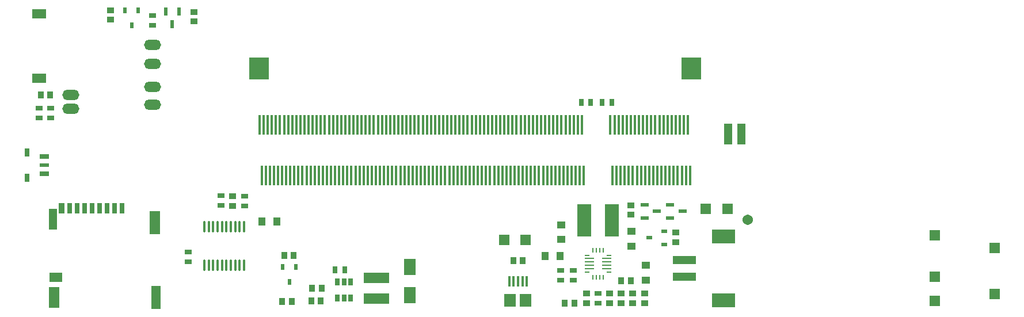
<source format=gbp>
%FSLAX25Y25*%
%MOIN*%
G70*
G01*
G75*
G04 Layer_Color=128*
%ADD10R,0.04331X0.03937*%
%ADD11R,0.05000X0.04000*%
%ADD12R,0.03937X0.02756*%
%ADD13R,0.04000X0.03500*%
%ADD14R,0.04000X0.05000*%
%ADD15R,0.02756X0.03937*%
%ADD16R,0.03500X0.04000*%
%ADD17R,0.05906X0.04724*%
%ADD18R,0.06496X0.06299*%
%ADD19O,0.07874X0.02362*%
%ADD20O,0.06693X0.01378*%
%ADD21R,0.03543X0.02559*%
%ADD22C,0.06063*%
%ADD23R,0.06299X0.06496*%
%ADD24R,0.03347X0.02362*%
%ADD25R,0.02362X0.03347*%
%ADD26R,0.18504X0.07874*%
%ADD27R,0.01575X0.03937*%
%ADD28R,0.01181X0.04724*%
%ADD29R,0.03937X0.04331*%
%ADD30R,0.10827X0.03937*%
%ADD31C,0.01000*%
%ADD32C,0.00700*%
%ADD33C,0.01200*%
%ADD34C,0.06000*%
%ADD35C,0.02000*%
%ADD36C,0.04000*%
%ADD37C,0.03000*%
%ADD38R,0.18110X0.12598*%
%ADD39R,0.27559X0.09055*%
%ADD40R,0.27953X0.09449*%
%ADD41R,0.11417X0.12992*%
%ADD42R,0.05906X0.07874*%
%ADD43R,0.05906X0.05906*%
%ADD44C,0.05906*%
%ADD45C,0.11811*%
%ADD46C,0.07874*%
%ADD47C,0.02400*%
%ADD48C,0.06693*%
%ADD49C,0.04724*%
%ADD50C,0.05512*%
%ADD51C,0.03937*%
%ADD52C,0.04000*%
%ADD53R,0.05000X0.12000*%
%ADD54O,0.09843X0.05906*%
%ADD55R,0.07677X0.05512*%
%ADD56R,0.03150X0.06299*%
%ADD57R,0.03347X0.06299*%
%ADD58R,0.06299X0.13780*%
%ADD59R,0.05906X0.12205*%
%ADD60R,0.05512X0.13780*%
%ADD61R,0.04724X0.12205*%
%ADD62O,0.01378X0.06693*%
%ADD63R,0.02559X0.04331*%
%ADD64R,0.14567X0.05906*%
%ADD65R,0.07087X0.09449*%
%ADD66R,0.07087X0.07480*%
%ADD67R,0.01575X0.05906*%
%ADD68R,0.00984X0.02756*%
%ADD69R,0.05512X0.00984*%
%ADD70R,0.02756X0.00984*%
G04:AMPARAMS|DCode=71|XSize=27.56mil|YSize=9.84mil|CornerRadius=3.69mil|HoleSize=0mil|Usage=FLASHONLY|Rotation=0.000|XOffset=0mil|YOffset=0mil|HoleType=Round|Shape=RoundedRectangle|*
%AMROUNDEDRECTD71*
21,1,0.02756,0.00246,0,0,0.0*
21,1,0.02018,0.00984,0,0,0.0*
1,1,0.00738,0.01009,-0.00123*
1,1,0.00738,-0.01009,-0.00123*
1,1,0.00738,-0.01009,0.00123*
1,1,0.00738,0.01009,0.00123*
%
%ADD71ROUNDEDRECTD71*%
%ADD72R,0.04724X0.02362*%
%ADD73R,0.13780X0.04724*%
%ADD74R,0.13386X0.07874*%
%ADD75R,0.01378X0.11811*%
%ADD76R,0.11811X0.12598*%
%ADD77R,0.07874X0.18504*%
%ADD78R,0.07874X0.05512*%
%ADD79R,0.05512X0.02362*%
%ADD80R,0.05512X0.02953*%
%ADD81R,0.03150X0.05118*%
%ADD82R,0.02362X0.04724*%
%ADD83R,0.06071X0.06000*%
%ADD84R,0.06000X0.06000*%
%ADD85C,0.01258*%
%ADD86C,0.00787*%
%ADD87C,0.00500*%
%ADD88C,0.00984*%
%ADD89C,0.02362*%
%ADD90C,0.00780*%
%ADD91C,0.00600*%
%ADD92C,0.00800*%
%ADD93R,0.12050X0.04000*%
%ADD94R,0.04000X0.12050*%
%ADD95R,0.07480X0.11811*%
%ADD96R,0.11811X0.07480*%
%ADD97R,0.05131X0.04737*%
%ADD98R,0.05800X0.04800*%
%ADD99R,0.04737X0.03556*%
%ADD100R,0.04800X0.04300*%
%ADD101R,0.04800X0.05800*%
%ADD102R,0.03556X0.04737*%
%ADD103R,0.04300X0.04800*%
%ADD104R,0.06706X0.05524*%
%ADD105R,0.07296X0.07099*%
%ADD106O,0.08674X0.03162*%
%ADD107O,0.07493X0.02178*%
%ADD108R,0.04343X0.03359*%
%ADD109C,0.06863*%
%ADD110R,0.07099X0.07296*%
%ADD111R,0.04147X0.03162*%
%ADD112R,0.03162X0.04147*%
%ADD113R,0.19304X0.08674*%
%ADD114R,0.02375X0.04737*%
%ADD115R,0.01981X0.05524*%
%ADD116R,0.04737X0.05131*%
%ADD117R,0.11627X0.04737*%
%ADD118R,0.06706X0.08674*%
%ADD119R,0.06706X0.06706*%
%ADD120C,0.06706*%
%ADD121C,0.12611*%
%ADD122C,0.08674*%
%ADD123R,0.05800X0.12800*%
%ADD124O,0.10642X0.06706*%
%ADD125R,0.08477X0.06312*%
%ADD126R,0.03950X0.07099*%
%ADD127R,0.04147X0.07099*%
%ADD128R,0.07099X0.14579*%
%ADD129R,0.06706X0.13005*%
%ADD130R,0.06312X0.14579*%
%ADD131R,0.05524X0.13005*%
%ADD132O,0.02178X0.07493*%
%ADD133R,0.03359X0.05131*%
%ADD134R,0.15367X0.06706*%
%ADD135R,0.07887X0.10249*%
%ADD136R,0.07887X0.08280*%
%ADD137R,0.02375X0.06706*%
%ADD138R,0.01784X0.03556*%
%ADD139R,0.06312X0.01784*%
%ADD140R,0.03556X0.01784*%
G04:AMPARAMS|DCode=141|XSize=35.56mil|YSize=17.84mil|CornerRadius=7.69mil|HoleSize=0mil|Usage=FLASHONLY|Rotation=0.000|XOffset=0mil|YOffset=0mil|HoleType=Round|Shape=RoundedRectangle|*
%AMROUNDEDRECTD141*
21,1,0.03556,0.00246,0,0,0.0*
21,1,0.02018,0.01784,0,0,0.0*
1,1,0.01538,0.01009,-0.00123*
1,1,0.01538,-0.01009,-0.00123*
1,1,0.01538,-0.01009,0.00123*
1,1,0.01538,0.01009,0.00123*
%
%ADD141ROUNDEDRECTD141*%
%ADD142R,0.05524X0.03162*%
%ADD143R,0.14579X0.05524*%
%ADD144R,0.14186X0.08674*%
%ADD145R,0.02178X0.12611*%
%ADD146R,0.12611X0.13398*%
%ADD147R,0.08674X0.19304*%
%ADD148R,0.08674X0.06312*%
%ADD149R,0.06312X0.03162*%
%ADD150R,0.06312X0.03753*%
%ADD151R,0.03950X0.05918*%
%ADD152R,0.03162X0.05524*%
%ADD153R,0.06871X0.06800*%
%ADD154R,0.06800X0.06800*%
D11*
X25000Y-68325D02*
D03*
Y-59675D02*
D03*
X65748Y-72037D02*
D03*
Y-63386D02*
D03*
X74016Y-83076D02*
D03*
Y-91727D02*
D03*
D12*
X-211700Y55988D02*
D03*
Y61500D02*
D03*
X-270626Y7756D02*
D03*
Y2244D02*
D03*
X-277126Y7756D02*
D03*
Y2244D02*
D03*
X-190945Y-75590D02*
D03*
Y-81103D02*
D03*
X-172047Y-42913D02*
D03*
Y-48425D02*
D03*
X-158400Y-43244D02*
D03*
Y-48756D02*
D03*
X24803Y-86220D02*
D03*
Y-91732D02*
D03*
X31890Y-91732D02*
D03*
Y-86220D02*
D03*
X46457Y-105118D02*
D03*
Y-99606D02*
D03*
D13*
X-165354Y-48813D02*
D03*
Y-43313D02*
D03*
X39764Y-105112D02*
D03*
Y-99612D02*
D03*
X53150Y-105112D02*
D03*
Y-99612D02*
D03*
X59842D02*
D03*
Y-105112D02*
D03*
X66535Y-99612D02*
D03*
Y-105112D02*
D03*
X73228Y-99618D02*
D03*
Y-105118D02*
D03*
X65354Y-48431D02*
D03*
Y-53931D02*
D03*
X91339Y-69679D02*
D03*
Y-64179D02*
D03*
X-235800Y59050D02*
D03*
Y64550D02*
D03*
X-187700Y63600D02*
D03*
Y58100D02*
D03*
D14*
X-148425Y-57900D02*
D03*
X-139775D02*
D03*
X24404Y-77953D02*
D03*
X15753D02*
D03*
D15*
X-100394Y-85827D02*
D03*
X-105906D02*
D03*
X54331Y11024D02*
D03*
X48819D02*
D03*
X42126D02*
D03*
X36614D02*
D03*
D16*
X-270876Y15500D02*
D03*
X-276376D02*
D03*
X-129927Y-77559D02*
D03*
X-135427D02*
D03*
X-119679Y-103937D02*
D03*
X-114179D02*
D03*
X-136608Y-104331D02*
D03*
X-131108D02*
D03*
X-119285Y-96457D02*
D03*
X-113785D02*
D03*
X27171Y-105118D02*
D03*
X32671D02*
D03*
X59854Y-92126D02*
D03*
X65354D02*
D03*
X-2650Y-80500D02*
D03*
X2850D02*
D03*
D22*
X133071Y-56693D02*
D03*
D23*
X4500Y-68500D02*
D03*
X-8000D02*
D03*
X108760Y-50394D02*
D03*
X121260D02*
D03*
D24*
X84547Y-63583D02*
D03*
Y-71063D02*
D03*
X76083Y-67323D02*
D03*
D25*
X-136141Y-84207D02*
D03*
X-128661D02*
D03*
X-132401Y-92671D02*
D03*
X-227480Y64400D02*
D03*
X-220000D02*
D03*
X-223740Y55935D02*
D03*
D53*
X129528Y-7087D02*
D03*
X121653D02*
D03*
D54*
X-258870Y15390D02*
D03*
Y7516D02*
D03*
X-211626Y20114D02*
D03*
Y33500D02*
D03*
Y9878D02*
D03*
Y44524D02*
D03*
D55*
X-267749Y-90258D02*
D03*
D56*
X-242355Y-50100D02*
D03*
X-238025D02*
D03*
X-251017D02*
D03*
X-259678D02*
D03*
X-229363D02*
D03*
X-233694D02*
D03*
X-255348D02*
D03*
X-246686D02*
D03*
D57*
X-264206D02*
D03*
D58*
X-210171Y-58565D02*
D03*
D59*
X-268635Y-101872D02*
D03*
D60*
X-209763Y-101900D02*
D03*
D61*
X-269226Y-56596D02*
D03*
D62*
X-158584Y-83220D02*
D03*
X-161143D02*
D03*
X-163702D02*
D03*
X-166261D02*
D03*
X-168821D02*
D03*
X-171379D02*
D03*
X-173939D02*
D03*
X-176498D02*
D03*
X-179057D02*
D03*
X-181616D02*
D03*
X-158584Y-60780D02*
D03*
X-161143D02*
D03*
X-163702D02*
D03*
X-166261D02*
D03*
X-168821D02*
D03*
X-171379D02*
D03*
X-173939D02*
D03*
X-176498D02*
D03*
X-179057D02*
D03*
X-181616D02*
D03*
D63*
X-96983Y-102249D02*
D03*
X-100723D02*
D03*
X-104463D02*
D03*
Y-92800D02*
D03*
X-100723D02*
D03*
X-96983D02*
D03*
D64*
X-81914Y-90385D02*
D03*
Y-102621D02*
D03*
D65*
X-62663Y-100471D02*
D03*
Y-84329D02*
D03*
D66*
X-4528Y-103512D02*
D03*
X4331D02*
D03*
D67*
X-5118Y-92488D02*
D03*
X-2559D02*
D03*
X0D02*
D03*
X2559D02*
D03*
X5118D02*
D03*
D68*
X43504Y-74410D02*
D03*
X47441D02*
D03*
X45472D02*
D03*
X49409D02*
D03*
Y-90158D02*
D03*
X45472D02*
D03*
X47441D02*
D03*
X43504D02*
D03*
D69*
X41535Y-79331D02*
D03*
Y-85236D02*
D03*
Y-83268D02*
D03*
Y-81299D02*
D03*
X51378D02*
D03*
Y-83268D02*
D03*
Y-85236D02*
D03*
Y-79331D02*
D03*
D70*
X40157Y-77362D02*
D03*
X52756Y-87205D02*
D03*
Y-77362D02*
D03*
D71*
X40157Y-87205D02*
D03*
D72*
X80315Y-51968D02*
D03*
X73228Y-48228D02*
D03*
Y-55709D02*
D03*
X95276Y-51968D02*
D03*
X88189Y-48228D02*
D03*
Y-55709D02*
D03*
D73*
X96260Y-89961D02*
D03*
Y-80118D02*
D03*
D74*
X118898Y-103543D02*
D03*
Y-66535D02*
D03*
D75*
X96063Y-1969D02*
D03*
X98425D02*
D03*
X93701D02*
D03*
X91339D02*
D03*
X88976D02*
D03*
X86614D02*
D03*
X84252D02*
D03*
X79528D02*
D03*
X77165D02*
D03*
X74803D02*
D03*
X72441D02*
D03*
X70079D02*
D03*
X67716D02*
D03*
X65354D02*
D03*
X62992D02*
D03*
X60630D02*
D03*
X58268D02*
D03*
X55905D02*
D03*
X81890D02*
D03*
X53543D02*
D03*
X37008D02*
D03*
X34646D02*
D03*
X32283D02*
D03*
X29921D02*
D03*
X27559D02*
D03*
X25197D02*
D03*
X22835D02*
D03*
X20472D02*
D03*
X18110D02*
D03*
X15748D02*
D03*
X13386D02*
D03*
X11024D02*
D03*
X8661D02*
D03*
X6299D02*
D03*
X3937D02*
D03*
X1575D02*
D03*
X-787D02*
D03*
X-3150D02*
D03*
X-5512D02*
D03*
X-7874D02*
D03*
X-10236D02*
D03*
X-12598D02*
D03*
X-14961D02*
D03*
X-19685D02*
D03*
X-22047D02*
D03*
X-24409D02*
D03*
X-26772D02*
D03*
X-29134D02*
D03*
X-31496D02*
D03*
X-33858D02*
D03*
X-36220D02*
D03*
X-38583D02*
D03*
X-40945D02*
D03*
X-43307D02*
D03*
X-45669D02*
D03*
X-48031D02*
D03*
X-50394D02*
D03*
X-52756D02*
D03*
X-55118D02*
D03*
X-57480D02*
D03*
X-59842D02*
D03*
X-62205D02*
D03*
X-64567D02*
D03*
X-66929D02*
D03*
X-69291D02*
D03*
X-71653D02*
D03*
X-74016D02*
D03*
X-76378D02*
D03*
X-78740D02*
D03*
X-81102D02*
D03*
X-83465D02*
D03*
X-85827D02*
D03*
X-88189D02*
D03*
X-90551D02*
D03*
X-92913D02*
D03*
X-95276D02*
D03*
X-97638D02*
D03*
X-100000D02*
D03*
X-102362D02*
D03*
X-104724D02*
D03*
X-107087D02*
D03*
X-109449D02*
D03*
X-111811D02*
D03*
X-114173D02*
D03*
X-116535D02*
D03*
X-118898D02*
D03*
X-121260D02*
D03*
X-123622D02*
D03*
X-125984D02*
D03*
X-128347D02*
D03*
X-130709D02*
D03*
X-133071D02*
D03*
X-135433D02*
D03*
X-137795D02*
D03*
X-140157D02*
D03*
X-142520D02*
D03*
X-144882D02*
D03*
X-147244D02*
D03*
X-149606D02*
D03*
X-148425Y-31102D02*
D03*
X-146063D02*
D03*
X-143701D02*
D03*
X-141339D02*
D03*
X-138976D02*
D03*
X-136614D02*
D03*
X-134252D02*
D03*
X-131890D02*
D03*
X-129528D02*
D03*
X-127165D02*
D03*
X-124803D02*
D03*
X-122441D02*
D03*
X-120079D02*
D03*
X-117717D02*
D03*
X-115354D02*
D03*
X-112992D02*
D03*
X-110630D02*
D03*
X-108268D02*
D03*
X-105905D02*
D03*
X-103543D02*
D03*
X-101181D02*
D03*
X-98819D02*
D03*
X-96457D02*
D03*
X-94095D02*
D03*
X-91732D02*
D03*
X-89370D02*
D03*
X-87008D02*
D03*
X-84646D02*
D03*
X-82284D02*
D03*
X-79921D02*
D03*
X-77559D02*
D03*
X-75197D02*
D03*
X-72835D02*
D03*
X-70473D02*
D03*
X-68110D02*
D03*
X-65748D02*
D03*
X-63386D02*
D03*
X-61024D02*
D03*
X-58661D02*
D03*
X-56299D02*
D03*
X-53937D02*
D03*
X-51575D02*
D03*
X-49213D02*
D03*
X-46850D02*
D03*
X-44488D02*
D03*
X-42126D02*
D03*
X-39764D02*
D03*
X-37402D02*
D03*
X-35039D02*
D03*
X-32677D02*
D03*
X-30315D02*
D03*
X-27953D02*
D03*
X-25591D02*
D03*
X-23228D02*
D03*
X-20866D02*
D03*
X-18504D02*
D03*
X-16142D02*
D03*
X-13780D02*
D03*
X-11417D02*
D03*
X-9055D02*
D03*
X-6693D02*
D03*
X-4331D02*
D03*
X-1969D02*
D03*
X394D02*
D03*
X2756D02*
D03*
X5118D02*
D03*
X7480D02*
D03*
X9843D02*
D03*
X12205D02*
D03*
X14567D02*
D03*
X16929D02*
D03*
X19291D02*
D03*
X21654D02*
D03*
X24016D02*
D03*
X26378D02*
D03*
X28740D02*
D03*
X31102D02*
D03*
X33465D02*
D03*
X35827D02*
D03*
X38189D02*
D03*
X54724D02*
D03*
X83071D02*
D03*
X57087D02*
D03*
X59449D02*
D03*
X61811D02*
D03*
X64173D02*
D03*
X66535D02*
D03*
X68898D02*
D03*
X71260D02*
D03*
X73622D02*
D03*
X75984D02*
D03*
X78347D02*
D03*
X80709D02*
D03*
X85433D02*
D03*
X87795D02*
D03*
X90158D02*
D03*
X92520D02*
D03*
X94882D02*
D03*
X99606D02*
D03*
X97244D02*
D03*
X-17323Y-1969D02*
D03*
D76*
X-150000Y30709D02*
D03*
X100394D02*
D03*
D77*
X54543Y-57087D02*
D03*
X38370D02*
D03*
D78*
X-277126Y62402D02*
D03*
Y25000D02*
D03*
D79*
X-274410Y-25197D02*
D03*
D80*
Y-30315D02*
D03*
Y-20079D02*
D03*
D81*
X-284252Y-32480D02*
D03*
Y-17913D02*
D03*
D82*
X-200160Y56613D02*
D03*
X-196420Y63700D02*
D03*
X-203900D02*
D03*
D83*
X241439Y-65735D02*
D03*
X276084Y-73224D02*
D03*
D84*
X241439Y-89751D02*
D03*
Y-103924D02*
D03*
X276084Y-99987D02*
D03*
M02*

</source>
